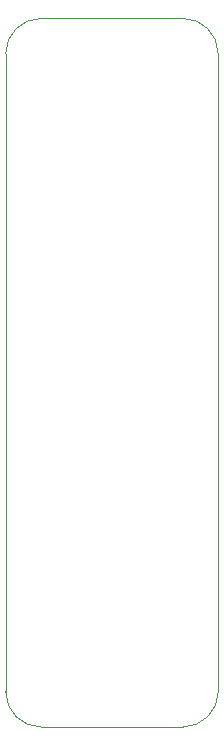
<source format=gm1>
G04 #@! TF.GenerationSoftware,KiCad,Pcbnew,5.1.9+dfsg1-1*
G04 #@! TF.CreationDate,2022-08-24T11:43:39+09:00*
G04 #@! TF.ProjectId,direct-pt1000-stick,64697265-6374-42d7-9074-313030302d73,rev?*
G04 #@! TF.SameCoordinates,Original*
G04 #@! TF.FileFunction,Profile,NP*
%FSLAX46Y46*%
G04 Gerber Fmt 4.6, Leading zero omitted, Abs format (unit mm)*
G04 Created by KiCad (PCBNEW 5.1.9+dfsg1-1) date 2022-08-24 11:43:39*
%MOMM*%
%LPD*%
G01*
G04 APERTURE LIST*
G04 #@! TA.AperFunction,Profile*
%ADD10C,0.050000*%
G04 #@! TD*
G04 APERTURE END LIST*
D10*
X119000000Y-107000000D02*
G75*
G02*
X116000000Y-110000000I-3000000J0D01*
G01*
X104000000Y-110000000D02*
G75*
G02*
X101000000Y-107000000I0J3000000D01*
G01*
X116000000Y-50000000D02*
G75*
G02*
X119000000Y-53000000I0J-3000000D01*
G01*
X101000000Y-53000000D02*
G75*
G02*
X104000000Y-50000000I3000000J0D01*
G01*
X119000000Y-53000000D02*
X119000000Y-107000000D01*
X104000000Y-50000000D02*
X116000000Y-50000000D01*
X101000000Y-107000000D02*
X101000000Y-53000000D01*
X104000000Y-110000000D02*
X116000000Y-110000000D01*
M02*

</source>
